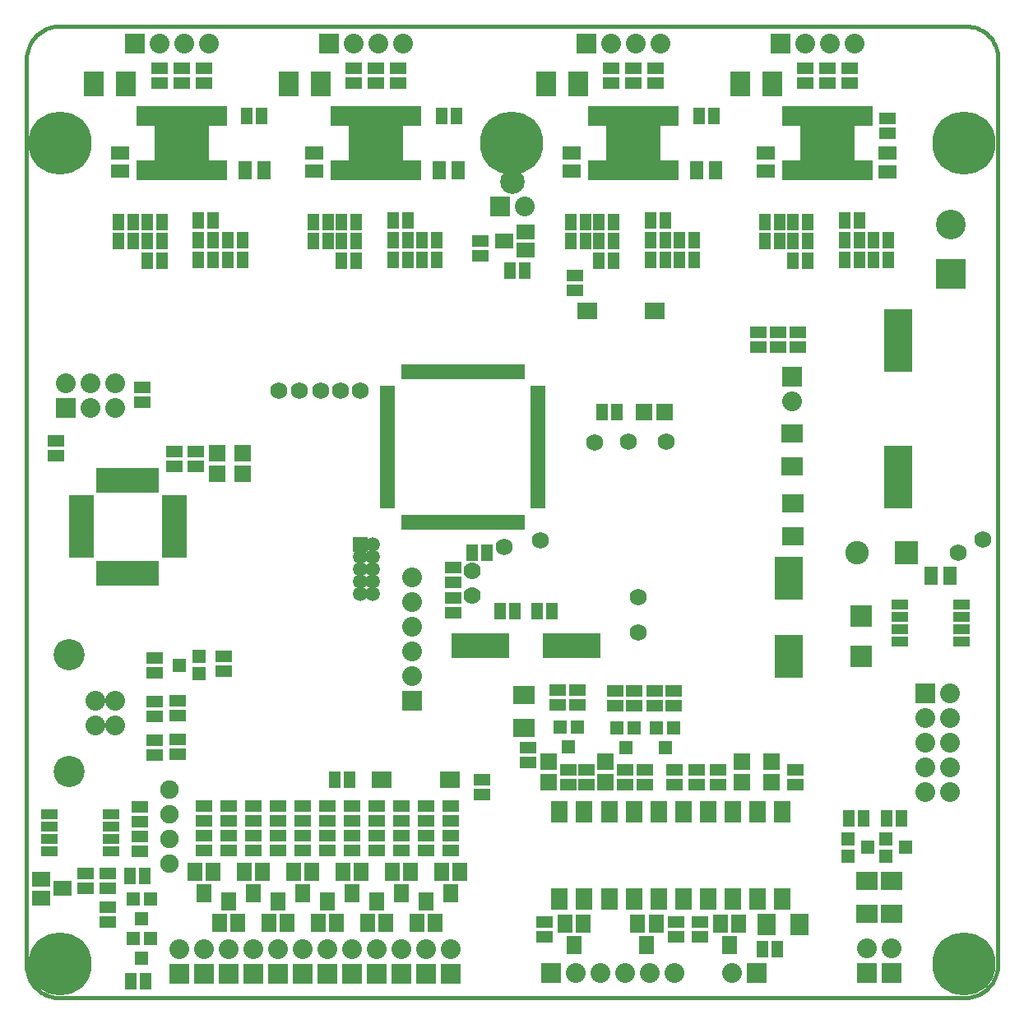
<source format=gts>
G04 (created by PCBNEW-RS274X (2011-05-25)-stable) date 2011-12-18T13:02:58 CET*
G01*
G70*
G90*
%MOIN*%
G04 Gerber Fmt 3.4, Leading zero omitted, Abs format*
%FSLAX34Y34*%
G04 APERTURE LIST*
%ADD10C,0.006000*%
%ADD11C,0.015000*%
%ADD12C,0.080000*%
%ADD13C,0.126300*%
%ADD14R,0.060000X0.030000*%
%ADD15R,0.030000X0.060000*%
%ADD16R,0.098700X0.037700*%
%ADD17R,0.037700X0.098700*%
%ADD18R,0.056000X0.056000*%
%ADD19R,0.065000X0.040000*%
%ADD20R,0.080000X0.100000*%
%ADD21R,0.075000X0.055000*%
%ADD22R,0.045000X0.065000*%
%ADD23R,0.065000X0.045000*%
%ADD24C,0.075000*%
%ADD25C,0.070000*%
%ADD26R,0.236500X0.098700*%
%ADD27R,0.080000X0.080000*%
%ADD28R,0.067200X0.067200*%
%ADD29R,0.095000X0.095000*%
%ADD30C,0.095000*%
%ADD31R,0.059300X0.075100*%
%ADD32R,0.075100X0.059300*%
%ADD33R,0.114500X0.256200*%
%ADD34R,0.114500X0.177500*%
%ADD35C,0.256200*%
%ADD36R,0.090800X0.075100*%
%ADD37R,0.075100X0.090800*%
%ADD38R,0.086900X0.090800*%
%ADD39R,0.120000X0.120000*%
%ADD40C,0.120000*%
%ADD41R,0.055000X0.075000*%
%ADD42C,0.069200*%
%ADD43R,0.059400X0.059400*%
%ADD44C,0.059400*%
%ADD45C,0.098700*%
%ADD46R,0.079100X0.067200*%
%ADD47R,0.067200X0.086900*%
%ADD48R,0.031800X0.083000*%
%ADD49R,0.223900X0.142000*%
G04 APERTURE END LIST*
G54D10*
G54D11*
X39375Y-01325D02*
X39375Y-37975D01*
X01400Y00000D02*
X38100Y00000D01*
X00000Y-37925D02*
X00000Y-01325D01*
X38075Y-39375D02*
X01275Y-39375D01*
X01375Y-00001D02*
X01259Y-00004D01*
X01142Y-00017D01*
X01026Y-00040D01*
X00913Y-00073D01*
X00804Y-00116D01*
X00698Y-00169D01*
X00598Y-00230D01*
X00503Y-00300D01*
X00414Y-00378D01*
X00333Y-00463D01*
X00260Y-00555D01*
X00195Y-00653D01*
X00138Y-00757D01*
X00091Y-00865D01*
X00053Y-00976D01*
X00026Y-01091D01*
X00008Y-01207D01*
X00001Y-01325D01*
X00001Y-37950D02*
X-00001Y-38067D01*
X00008Y-38185D01*
X00027Y-38301D01*
X00056Y-38415D01*
X00095Y-38527D01*
X00144Y-38634D01*
X00201Y-38737D01*
X00268Y-38834D01*
X00343Y-38926D01*
X00425Y-39010D01*
X00514Y-39087D01*
X00610Y-39156D01*
X00712Y-39216D01*
X00818Y-39267D01*
X00928Y-39309D01*
X01042Y-39341D01*
X01158Y-39363D01*
X01275Y-39374D01*
X38074Y-39374D02*
X38191Y-39364D01*
X38307Y-39345D01*
X38421Y-39315D01*
X38532Y-39275D01*
X38639Y-39226D01*
X38742Y-39168D01*
X38839Y-39101D01*
X38930Y-39026D01*
X39013Y-38943D01*
X39090Y-38854D01*
X39158Y-38758D01*
X39218Y-38656D01*
X39268Y-38550D01*
X39309Y-38439D01*
X39340Y-38326D01*
X39362Y-38210D01*
X39373Y-38093D01*
X39374Y-37976D01*
X39374Y-01324D02*
X39371Y-01212D01*
X39359Y-01099D01*
X39336Y-00988D01*
X39304Y-00879D01*
X39263Y-00774D01*
X39213Y-00672D01*
X39154Y-00575D01*
X39086Y-00484D01*
X39011Y-00399D01*
X38929Y-00321D01*
X38840Y-00250D01*
X38746Y-00187D01*
X38646Y-00133D01*
X38542Y-00088D01*
X38435Y-00051D01*
X38325Y-00025D01*
X38213Y-00008D01*
X38099Y-00001D01*
G54D12*
X03600Y-28350D03*
X03600Y-27350D03*
X02813Y-27350D03*
X02813Y-28350D03*
G54D13*
X01750Y-30212D03*
X01750Y-25488D03*
G54D14*
X14650Y-19410D03*
X14650Y-14690D03*
X14650Y-14890D03*
X14650Y-15080D03*
X14650Y-15280D03*
X14650Y-15480D03*
X14650Y-15670D03*
X14650Y-15870D03*
X14650Y-16070D03*
X14650Y-16260D03*
X14650Y-16460D03*
X14650Y-16660D03*
X14650Y-16860D03*
X14650Y-17050D03*
X14650Y-17250D03*
X14650Y-17450D03*
X14650Y-17640D03*
X14650Y-17840D03*
X14650Y-18040D03*
X14650Y-18230D03*
X14650Y-18430D03*
X14650Y-18630D03*
X14650Y-18820D03*
X14650Y-19020D03*
X14650Y-19220D03*
G54D15*
X15340Y-14000D03*
X20060Y-14000D03*
X19860Y-14000D03*
X19670Y-14000D03*
X19470Y-14000D03*
X19270Y-14000D03*
X19080Y-14000D03*
X18880Y-14000D03*
X18680Y-14000D03*
X18490Y-14000D03*
X18290Y-14000D03*
X18090Y-14000D03*
X17890Y-14000D03*
X17700Y-14000D03*
X17500Y-14000D03*
X17300Y-14000D03*
X17110Y-14000D03*
X16910Y-14000D03*
X16710Y-14000D03*
X16520Y-14000D03*
X16320Y-14000D03*
X16120Y-14000D03*
X15930Y-14000D03*
X15730Y-14000D03*
X15530Y-14000D03*
X15340Y-20100D03*
X15540Y-20100D03*
X15730Y-20100D03*
X15930Y-20100D03*
X16130Y-20100D03*
X16320Y-20100D03*
X16520Y-20100D03*
X16720Y-20100D03*
X16910Y-20100D03*
X17110Y-20100D03*
X17310Y-20100D03*
X17510Y-20100D03*
X17700Y-20100D03*
X17900Y-20100D03*
X18100Y-20100D03*
X18290Y-20100D03*
X18490Y-20100D03*
X18690Y-20100D03*
X18880Y-20100D03*
X19080Y-20100D03*
X19280Y-20100D03*
X19470Y-20100D03*
X19670Y-20100D03*
X19870Y-20100D03*
X20060Y-20100D03*
G54D14*
X20750Y-19410D03*
X20750Y-19210D03*
X20750Y-19020D03*
X20750Y-18820D03*
X20750Y-18620D03*
X20750Y-18430D03*
X20750Y-18230D03*
X20750Y-18030D03*
X20750Y-17840D03*
X20750Y-17640D03*
X20750Y-17440D03*
X20750Y-17240D03*
X20750Y-17050D03*
X20750Y-16850D03*
X20750Y-16650D03*
X20750Y-16460D03*
X20750Y-16260D03*
X20750Y-16060D03*
X20750Y-15870D03*
X20750Y-15670D03*
X20750Y-15470D03*
X20750Y-15280D03*
X20750Y-15080D03*
X20750Y-14880D03*
X20750Y-14690D03*
G54D16*
X05996Y-19182D03*
X05996Y-19497D03*
X05996Y-19812D03*
X05996Y-20127D03*
X05996Y-20442D03*
X05996Y-20757D03*
X05996Y-21072D03*
X05996Y-21387D03*
X02230Y-21385D03*
X02230Y-19175D03*
X02230Y-19495D03*
X02230Y-19815D03*
X02230Y-20125D03*
X02230Y-20445D03*
X02230Y-20755D03*
X02230Y-21075D03*
G54D17*
X05212Y-22175D03*
X04898Y-22175D03*
X04582Y-22175D03*
X04268Y-22175D03*
X03952Y-22175D03*
X03638Y-22175D03*
X03322Y-22175D03*
X03008Y-22175D03*
X05210Y-18395D03*
X04900Y-18395D03*
X04580Y-18395D03*
X04270Y-18395D03*
X03960Y-18395D03*
X03640Y-18395D03*
X03320Y-18395D03*
X03000Y-18395D03*
G54D18*
X07000Y-25550D03*
X07000Y-26250D03*
X06200Y-25900D03*
G54D19*
X37900Y-23425D03*
X37900Y-23925D03*
X37900Y-24425D03*
X37900Y-24925D03*
X35400Y-24925D03*
X35400Y-24425D03*
X35400Y-23925D03*
X35400Y-23425D03*
X00950Y-33450D03*
X00950Y-32950D03*
X00950Y-32450D03*
X00950Y-31950D03*
X03450Y-31950D03*
X03450Y-32450D03*
X03450Y-32950D03*
X03450Y-33450D03*
G54D20*
X11923Y-02350D03*
X10623Y-02350D03*
X04050Y-02350D03*
X02750Y-02350D03*
X22357Y-02350D03*
X21057Y-02350D03*
X30231Y-02350D03*
X28931Y-02350D03*
G54D21*
X34900Y-05900D03*
X34900Y-05150D03*
X29981Y-05875D03*
X29981Y-05125D03*
G54D22*
X06983Y-07885D03*
X07583Y-07885D03*
G54D23*
X12200Y-32200D03*
X12200Y-31600D03*
X04700Y-15250D03*
X04700Y-14650D03*
G54D22*
X25290Y-07885D03*
X25890Y-07885D03*
X27257Y-03650D03*
X27857Y-03650D03*
X27071Y-08672D03*
X26471Y-08672D03*
X23807Y-08700D03*
X23207Y-08700D03*
G54D23*
X14200Y-32200D03*
X14200Y-31600D03*
G54D22*
X13373Y-08700D03*
X12773Y-08700D03*
X08950Y-03650D03*
X09550Y-03650D03*
X08764Y-08672D03*
X08164Y-08672D03*
X05500Y-08700D03*
X04900Y-08700D03*
G54D23*
X10200Y-32200D03*
X10200Y-31600D03*
X04600Y-31650D03*
X04600Y-32250D03*
X29675Y-12400D03*
X29675Y-13000D03*
X08200Y-32200D03*
X08200Y-31600D03*
G54D22*
X16637Y-08672D03*
X16037Y-08672D03*
X16823Y-03650D03*
X17423Y-03650D03*
X14856Y-07885D03*
X15456Y-07885D03*
G54D23*
X15200Y-32200D03*
X15200Y-31600D03*
X16200Y-32200D03*
X16200Y-31600D03*
G54D22*
X31681Y-08700D03*
X31081Y-08700D03*
X34945Y-08672D03*
X34345Y-08672D03*
X19600Y-09900D03*
X20200Y-09900D03*
G54D23*
X34900Y-03725D03*
X34900Y-04325D03*
G54D22*
X33164Y-07885D03*
X33764Y-07885D03*
G54D23*
X07200Y-32200D03*
X07200Y-31600D03*
X03300Y-34950D03*
X03300Y-34350D03*
G54D24*
X05800Y-31950D03*
X05800Y-30950D03*
X05800Y-33950D03*
X05800Y-32950D03*
G54D25*
X18075Y-23075D03*
X18075Y-22075D03*
G54D26*
X18400Y-25100D03*
X22100Y-25100D03*
G54D27*
X36450Y-27025D03*
G54D12*
X37450Y-27025D03*
X36450Y-28025D03*
X37450Y-28025D03*
X36450Y-29025D03*
X37450Y-29025D03*
X36450Y-30025D03*
X37450Y-30025D03*
X36450Y-31025D03*
X37450Y-31025D03*
G54D27*
X01600Y-15475D03*
G54D12*
X01600Y-14475D03*
X02600Y-15475D03*
X02600Y-14475D03*
X03600Y-15475D03*
X03600Y-14475D03*
G54D27*
X14200Y-38400D03*
G54D12*
X14200Y-37400D03*
G54D27*
X16200Y-38400D03*
G54D12*
X16200Y-37400D03*
G54D27*
X35075Y-38375D03*
G54D12*
X35075Y-37375D03*
G54D27*
X34075Y-38375D03*
G54D12*
X34075Y-37375D03*
G54D27*
X19200Y-07300D03*
G54D12*
X20200Y-07300D03*
G54D27*
X08200Y-38400D03*
G54D12*
X08200Y-37400D03*
G54D27*
X07200Y-38400D03*
G54D12*
X07200Y-37400D03*
G54D27*
X06200Y-38400D03*
G54D12*
X06200Y-37400D03*
G54D27*
X29587Y-38385D03*
G54D12*
X28587Y-38385D03*
G54D27*
X17200Y-38400D03*
G54D12*
X17200Y-37400D03*
G54D27*
X12200Y-38400D03*
G54D12*
X12200Y-37400D03*
G54D27*
X13200Y-38400D03*
G54D12*
X13200Y-37400D03*
G54D27*
X09200Y-38400D03*
G54D12*
X09200Y-37400D03*
G54D27*
X31050Y-14200D03*
G54D12*
X31050Y-15200D03*
G54D27*
X11200Y-38400D03*
G54D12*
X11200Y-37400D03*
G54D27*
X10200Y-38400D03*
G54D12*
X10200Y-37400D03*
G54D27*
X15200Y-38400D03*
G54D12*
X15200Y-37400D03*
G54D27*
X21272Y-38385D03*
G54D12*
X22272Y-38385D03*
X23272Y-38385D03*
X24272Y-38385D03*
X25272Y-38385D03*
X26272Y-38385D03*
G54D27*
X15625Y-27325D03*
G54D12*
X15625Y-26325D03*
X15625Y-25325D03*
X15625Y-24325D03*
X15625Y-23325D03*
X15625Y-22325D03*
G54D28*
X30197Y-29813D03*
X30197Y-30639D03*
X29016Y-29813D03*
X29016Y-30639D03*
X23475Y-29812D03*
X23475Y-30638D03*
X21175Y-29812D03*
X21175Y-30638D03*
G54D29*
X35675Y-21350D03*
G54D30*
X33675Y-21350D03*
G54D31*
X11826Y-36333D03*
X12574Y-36333D03*
X12200Y-35467D03*
X22572Y-36378D03*
X21824Y-36378D03*
X22198Y-37244D03*
X15826Y-36333D03*
X16574Y-36333D03*
X16200Y-35467D03*
X25524Y-36378D03*
X24776Y-36378D03*
X25150Y-37244D03*
X17574Y-34267D03*
X16826Y-34267D03*
X17200Y-35133D03*
X28871Y-36378D03*
X28123Y-36378D03*
X28497Y-37244D03*
X13574Y-34267D03*
X12826Y-34267D03*
X13200Y-35133D03*
X13826Y-36333D03*
X14574Y-36333D03*
X14200Y-35467D03*
X15574Y-34267D03*
X14826Y-34267D03*
X15200Y-35133D03*
G54D32*
X00617Y-34576D03*
X00617Y-35324D03*
X01483Y-34950D03*
X20233Y-09074D03*
X20233Y-08326D03*
X19367Y-08700D03*
G54D31*
X09826Y-36333D03*
X10574Y-36333D03*
X10200Y-35467D03*
X11574Y-34267D03*
X10826Y-34267D03*
X11200Y-35133D03*
X09574Y-34267D03*
X08826Y-34267D03*
X09200Y-35133D03*
X07826Y-36333D03*
X08574Y-36333D03*
X08200Y-35467D03*
X07574Y-34267D03*
X06826Y-34267D03*
X07200Y-35133D03*
G54D33*
X35325Y-12744D03*
X35325Y-18256D03*
G54D34*
X30900Y-22375D03*
X30900Y-25525D03*
G54D35*
X01378Y-04735D03*
X37992Y-37993D03*
X01378Y-37993D03*
X37992Y-04735D03*
X19685Y-04735D03*
G54D27*
X30581Y-00700D03*
G54D12*
X31581Y-00700D03*
X32581Y-00700D03*
X33581Y-00700D03*
G54D27*
X12273Y-00700D03*
G54D12*
X13273Y-00700D03*
X14273Y-00700D03*
X15273Y-00700D03*
G54D27*
X22707Y-00700D03*
G54D12*
X23707Y-00700D03*
X24707Y-00700D03*
X25707Y-00700D03*
G54D27*
X04400Y-00700D03*
G54D12*
X05400Y-00700D03*
X06400Y-00700D03*
X07400Y-00700D03*
G54D22*
X23950Y-15650D03*
X23350Y-15650D03*
X19200Y-23700D03*
X19800Y-23700D03*
X21300Y-23700D03*
X20700Y-23700D03*
G54D23*
X17300Y-23775D03*
X17300Y-23175D03*
X17300Y-21925D03*
X17300Y-22525D03*
X06125Y-28900D03*
X06125Y-29500D03*
X05200Y-28925D03*
X05200Y-29525D03*
X17200Y-32200D03*
X17200Y-31600D03*
X13200Y-32200D03*
X13200Y-31600D03*
X31581Y-01700D03*
X31581Y-02300D03*
X32481Y-01700D03*
X32481Y-02300D03*
X33381Y-02300D03*
X33381Y-01700D03*
G54D22*
X29931Y-07950D03*
X30531Y-07950D03*
X33163Y-08673D03*
X33763Y-08673D03*
G54D23*
X11200Y-32200D03*
X11200Y-31600D03*
X13273Y-01700D03*
X13273Y-02300D03*
X14173Y-01700D03*
X14173Y-02300D03*
X15073Y-02300D03*
X15073Y-01700D03*
G54D22*
X11623Y-07950D03*
X12223Y-07950D03*
X14855Y-08673D03*
X15455Y-08673D03*
G54D23*
X09200Y-32200D03*
X09200Y-31600D03*
X23707Y-01700D03*
X23707Y-02300D03*
X24607Y-01700D03*
X24607Y-02300D03*
X25507Y-02300D03*
X25507Y-01700D03*
G54D22*
X22057Y-07950D03*
X22657Y-07950D03*
X25289Y-08673D03*
X25889Y-08673D03*
G54D23*
X05400Y-01700D03*
X05400Y-02300D03*
X06300Y-01700D03*
X06300Y-02300D03*
X07200Y-02300D03*
X07200Y-01700D03*
G54D22*
X03750Y-07950D03*
X04350Y-07950D03*
X06983Y-08661D03*
X07583Y-08661D03*
G54D23*
X04600Y-33450D03*
X04600Y-32850D03*
G54D36*
X34075Y-35970D03*
X34075Y-34632D03*
X35075Y-35970D03*
X35075Y-34632D03*
G54D37*
X31331Y-36417D03*
X29993Y-36417D03*
G54D36*
X20175Y-27106D03*
X20175Y-28444D03*
X31075Y-20669D03*
X31075Y-19331D03*
X31050Y-16506D03*
X31050Y-17844D03*
G54D22*
X18075Y-21325D03*
X18675Y-21325D03*
X33925Y-32101D03*
X33325Y-32101D03*
X35475Y-32101D03*
X34875Y-32101D03*
G54D23*
X08000Y-25550D03*
X08000Y-26150D03*
X05200Y-25600D03*
X05200Y-26200D03*
X06125Y-27350D03*
X06125Y-27950D03*
X05200Y-27375D03*
X05200Y-27975D03*
X22225Y-10100D03*
X22225Y-10700D03*
X18400Y-09300D03*
X18400Y-08700D03*
X08200Y-33400D03*
X08200Y-32800D03*
X07200Y-33400D03*
X07200Y-32800D03*
G54D22*
X04200Y-34425D03*
X04800Y-34425D03*
X04250Y-38700D03*
X04850Y-38700D03*
G54D23*
X03300Y-36300D03*
X03300Y-35700D03*
X02400Y-34950D03*
X02400Y-34350D03*
G54D22*
X29850Y-37400D03*
X30450Y-37400D03*
G54D23*
X31181Y-30123D03*
X31181Y-30723D03*
X27175Y-30125D03*
X27175Y-30725D03*
X27316Y-36914D03*
X27316Y-36314D03*
X28031Y-30123D03*
X28031Y-30723D03*
X26275Y-30725D03*
X26275Y-30125D03*
X26250Y-26925D03*
X26250Y-27525D03*
X25475Y-27525D03*
X25475Y-26925D03*
X26332Y-36314D03*
X26332Y-36914D03*
X21017Y-36314D03*
X21017Y-36914D03*
X24275Y-30725D03*
X24275Y-30125D03*
X25079Y-30723D03*
X25079Y-30123D03*
X24650Y-26925D03*
X24650Y-27525D03*
X23875Y-27525D03*
X23875Y-26925D03*
X21975Y-30725D03*
X21975Y-30125D03*
X22716Y-30723D03*
X22716Y-30123D03*
X22325Y-26900D03*
X22325Y-27500D03*
X21550Y-27500D03*
X21550Y-26900D03*
X20325Y-29225D03*
X20325Y-29825D03*
G54D22*
X34945Y-09459D03*
X34345Y-09459D03*
X31681Y-09500D03*
X31081Y-09500D03*
X31081Y-07950D03*
X31681Y-07950D03*
X29931Y-08700D03*
X30531Y-08700D03*
X33164Y-09459D03*
X33764Y-09459D03*
G54D23*
X16200Y-33400D03*
X16200Y-32800D03*
X17200Y-33400D03*
X17200Y-32800D03*
G54D22*
X16637Y-09459D03*
X16037Y-09459D03*
X13373Y-09500D03*
X12773Y-09500D03*
X12773Y-07950D03*
X13373Y-07950D03*
X11623Y-08700D03*
X12223Y-08700D03*
X14856Y-09459D03*
X15456Y-09459D03*
G54D23*
X12200Y-33400D03*
X12200Y-32800D03*
X13200Y-33400D03*
X13200Y-32800D03*
X01200Y-16800D03*
X01200Y-17400D03*
G54D22*
X27071Y-09459D03*
X26471Y-09459D03*
X23807Y-09500D03*
X23207Y-09500D03*
X23207Y-07950D03*
X23807Y-07950D03*
X22057Y-08700D03*
X22657Y-08700D03*
X25290Y-09459D03*
X25890Y-09459D03*
G54D23*
X14200Y-33400D03*
X14200Y-32800D03*
X15200Y-33400D03*
X15200Y-32800D03*
G54D22*
X08764Y-09459D03*
X08164Y-09459D03*
X05500Y-09500D03*
X04900Y-09500D03*
X04900Y-07950D03*
X05500Y-07950D03*
X03750Y-08700D03*
X04350Y-08700D03*
X06983Y-09459D03*
X07583Y-09459D03*
G54D23*
X10200Y-33400D03*
X10200Y-32800D03*
X11200Y-33400D03*
X11200Y-32800D03*
X31275Y-13000D03*
X31275Y-12400D03*
X30475Y-12400D03*
X30475Y-13000D03*
X09200Y-33400D03*
X09200Y-32800D03*
G54D38*
X33850Y-25532D03*
X33850Y-23918D03*
G54D28*
X25037Y-15650D03*
X25863Y-15650D03*
G54D39*
X37475Y-10025D03*
G54D40*
X37475Y-08025D03*
G54D41*
X16748Y-05850D03*
X17498Y-05850D03*
G54D21*
X11673Y-05875D03*
X11673Y-05125D03*
G54D41*
X27182Y-05850D03*
X27932Y-05850D03*
G54D21*
X22107Y-05875D03*
X22107Y-05125D03*
G54D41*
X08875Y-05850D03*
X09625Y-05850D03*
G54D21*
X03800Y-05875D03*
X03800Y-05125D03*
G54D41*
X36675Y-22275D03*
X37425Y-22275D03*
G54D23*
X18475Y-31125D03*
X18475Y-30525D03*
G54D22*
X12500Y-30525D03*
X13100Y-30525D03*
G54D42*
X23050Y-16875D03*
X11075Y-14775D03*
X11950Y-14775D03*
X10225Y-14775D03*
X20850Y-20850D03*
X25950Y-16850D03*
X24400Y-16850D03*
X13550Y-14775D03*
X12750Y-14775D03*
X24800Y-24575D03*
X38775Y-20800D03*
X19375Y-21100D03*
X37775Y-21350D03*
X24800Y-23150D03*
G54D23*
X06875Y-17850D03*
X06875Y-17250D03*
X06000Y-17850D03*
X06000Y-17250D03*
G54D28*
X07725Y-17312D03*
X07725Y-18138D03*
X08775Y-17312D03*
X08775Y-18138D03*
G54D43*
X13550Y-21000D03*
G54D44*
X14050Y-21000D03*
X13550Y-21500D03*
X14050Y-21500D03*
X13550Y-22000D03*
X14050Y-22000D03*
X13550Y-22500D03*
X14050Y-22500D03*
X13550Y-23000D03*
X14050Y-23000D03*
G54D18*
X33300Y-33625D03*
X33300Y-32925D03*
X34100Y-33275D03*
X34825Y-33625D03*
X34825Y-32925D03*
X35625Y-33275D03*
X04325Y-35375D03*
X05025Y-35375D03*
X04675Y-36175D03*
X04325Y-36975D03*
X05025Y-36975D03*
X04675Y-37775D03*
X25550Y-28425D03*
X26250Y-28425D03*
X25900Y-29225D03*
X23950Y-28425D03*
X24650Y-28425D03*
X24300Y-29225D03*
X21625Y-28400D03*
X22325Y-28400D03*
X21975Y-29200D03*
G54D45*
X19700Y-06300D03*
G54D46*
X17153Y-30525D03*
X14397Y-30525D03*
X22722Y-11525D03*
X25478Y-11525D03*
G54D47*
X29625Y-35372D03*
X30625Y-35372D03*
X30625Y-31828D03*
X29625Y-31828D03*
X27625Y-35372D03*
X28625Y-35372D03*
X28625Y-31828D03*
X27625Y-31828D03*
X26625Y-31828D03*
X25625Y-31828D03*
X25625Y-35372D03*
X26625Y-35372D03*
X24625Y-31828D03*
X23625Y-31828D03*
X23625Y-35372D03*
X24625Y-35372D03*
X22600Y-31828D03*
X21600Y-31828D03*
X21600Y-35372D03*
X22600Y-35372D03*
G54D48*
X04636Y-05837D03*
X04892Y-05837D03*
X05147Y-05837D03*
X05403Y-05837D03*
X05659Y-05837D03*
X05915Y-05837D03*
X06171Y-05837D03*
X06427Y-05837D03*
X06683Y-05837D03*
X06939Y-05837D03*
X07195Y-05837D03*
X07451Y-05837D03*
X07707Y-05837D03*
X07962Y-05837D03*
X07962Y-03633D03*
X07707Y-03633D03*
X07451Y-03633D03*
X07195Y-03633D03*
X06939Y-03633D03*
X06683Y-03633D03*
X06427Y-03633D03*
X06171Y-03633D03*
X05915Y-03633D03*
X05659Y-03633D03*
X05403Y-03633D03*
X05147Y-03633D03*
X04892Y-03633D03*
X04636Y-03633D03*
G54D49*
X06299Y-04735D03*
G54D48*
X22943Y-05837D03*
X23199Y-05837D03*
X23454Y-05837D03*
X23710Y-05837D03*
X23966Y-05837D03*
X24222Y-05837D03*
X24478Y-05837D03*
X24734Y-05837D03*
X24990Y-05837D03*
X25246Y-05837D03*
X25502Y-05837D03*
X25758Y-05837D03*
X26014Y-05837D03*
X26269Y-05837D03*
X26269Y-03633D03*
X26014Y-03633D03*
X25758Y-03633D03*
X25502Y-03633D03*
X25246Y-03633D03*
X24990Y-03633D03*
X24734Y-03633D03*
X24478Y-03633D03*
X24222Y-03633D03*
X23966Y-03633D03*
X23710Y-03633D03*
X23454Y-03633D03*
X23199Y-03633D03*
X22943Y-03633D03*
G54D49*
X24606Y-04735D03*
G54D48*
X12509Y-05837D03*
X12765Y-05837D03*
X13020Y-05837D03*
X13276Y-05837D03*
X13532Y-05837D03*
X13788Y-05837D03*
X14044Y-05837D03*
X14300Y-05837D03*
X14556Y-05837D03*
X14812Y-05837D03*
X15068Y-05837D03*
X15324Y-05837D03*
X15580Y-05837D03*
X15835Y-05837D03*
X15835Y-03633D03*
X15580Y-03633D03*
X15324Y-03633D03*
X15068Y-03633D03*
X14812Y-03633D03*
X14556Y-03633D03*
X14300Y-03633D03*
X14044Y-03633D03*
X13788Y-03633D03*
X13532Y-03633D03*
X13276Y-03633D03*
X13020Y-03633D03*
X12765Y-03633D03*
X12509Y-03633D03*
G54D49*
X14172Y-04735D03*
G54D48*
X30817Y-05837D03*
X31073Y-05837D03*
X31328Y-05837D03*
X31584Y-05837D03*
X31840Y-05837D03*
X32096Y-05837D03*
X32352Y-05837D03*
X32608Y-05837D03*
X32864Y-05837D03*
X33120Y-05837D03*
X33376Y-05837D03*
X33632Y-05837D03*
X33888Y-05837D03*
X34143Y-05837D03*
X34143Y-03633D03*
X33888Y-03633D03*
X33632Y-03633D03*
X33376Y-03633D03*
X33120Y-03633D03*
X32864Y-03633D03*
X32608Y-03633D03*
X32352Y-03633D03*
X32096Y-03633D03*
X31840Y-03633D03*
X31584Y-03633D03*
X31328Y-03633D03*
X31073Y-03633D03*
X30817Y-03633D03*
G54D49*
X32480Y-04735D03*
M02*

</source>
